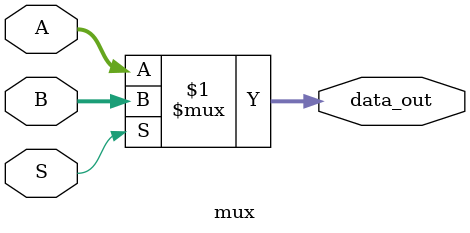
<source format=v>
module mux(
  output [63:0] data_out,
  input S,
  input [63:0] A,
  input [63:0] B
);
  
  assign data_out = S ? B : A;
      
endmodule


</source>
